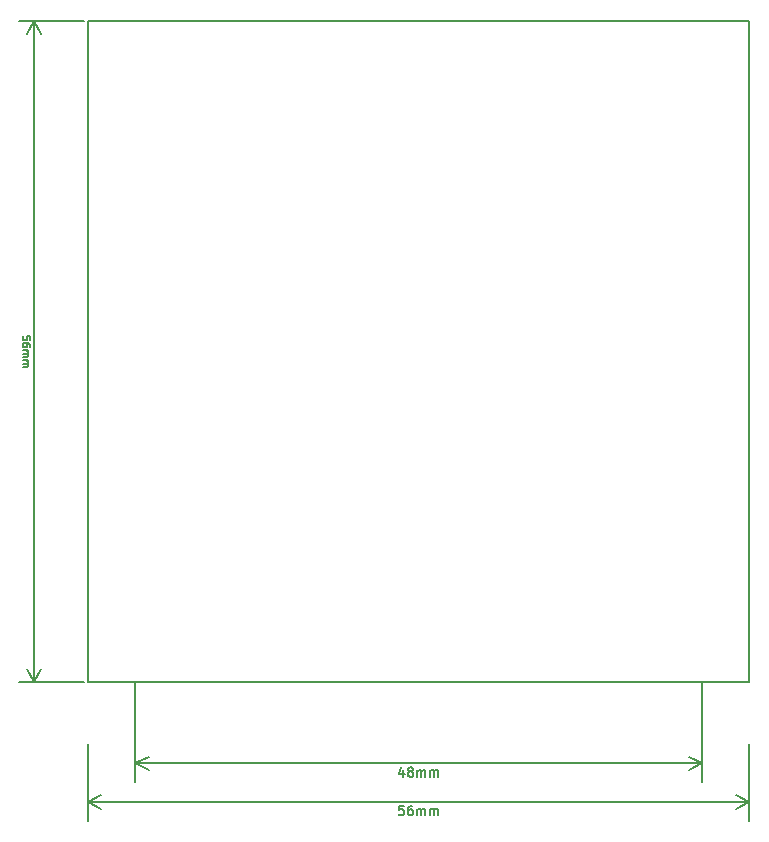
<source format=gbr>
G04 (created by PCBNEW (2013-07-07 BZR 4022)-stable) date 08-Nov-13 3:33:42 PM*
%MOIN*%
G04 Gerber Fmt 3.4, Leading zero omitted, Abs format*
%FSLAX34Y34*%
G01*
G70*
G90*
G04 APERTURE LIST*
%ADD10C,0.00590551*%
%ADD11C,0.00625*%
%ADD12C,0.00787402*%
G04 APERTURE END LIST*
G54D10*
G54D11*
X34194Y-18022D02*
X34194Y-17903D01*
X34075Y-17891D01*
X34086Y-17903D01*
X34098Y-17927D01*
X34098Y-17986D01*
X34086Y-18010D01*
X34075Y-18022D01*
X34051Y-18034D01*
X33991Y-18034D01*
X33967Y-18022D01*
X33955Y-18010D01*
X33944Y-17986D01*
X33944Y-17927D01*
X33955Y-17903D01*
X33967Y-17891D01*
X34194Y-18248D02*
X34194Y-18201D01*
X34182Y-18177D01*
X34170Y-18165D01*
X34134Y-18141D01*
X34086Y-18129D01*
X33991Y-18129D01*
X33967Y-18141D01*
X33955Y-18153D01*
X33944Y-18177D01*
X33944Y-18224D01*
X33955Y-18248D01*
X33967Y-18260D01*
X33991Y-18272D01*
X34051Y-18272D01*
X34075Y-18260D01*
X34086Y-18248D01*
X34098Y-18224D01*
X34098Y-18177D01*
X34086Y-18153D01*
X34075Y-18141D01*
X34051Y-18129D01*
X33944Y-18379D02*
X34110Y-18379D01*
X34086Y-18379D02*
X34098Y-18391D01*
X34110Y-18415D01*
X34110Y-18451D01*
X34098Y-18474D01*
X34075Y-18486D01*
X33944Y-18486D01*
X34075Y-18486D02*
X34098Y-18498D01*
X34110Y-18522D01*
X34110Y-18558D01*
X34098Y-18582D01*
X34075Y-18593D01*
X33944Y-18593D01*
X33944Y-18712D02*
X34110Y-18712D01*
X34086Y-18712D02*
X34098Y-18724D01*
X34110Y-18748D01*
X34110Y-18784D01*
X34098Y-18808D01*
X34075Y-18820D01*
X33944Y-18820D01*
X34075Y-18820D02*
X34098Y-18832D01*
X34110Y-18855D01*
X34110Y-18891D01*
X34098Y-18915D01*
X34075Y-18927D01*
X33944Y-18927D01*
X34330Y-7381D02*
X34330Y-29429D01*
X36003Y-7381D02*
X33830Y-7381D01*
X36003Y-29429D02*
X33830Y-29429D01*
X34330Y-29429D02*
X34099Y-28985D01*
X34330Y-29429D02*
X34561Y-28985D01*
X34330Y-7381D02*
X34099Y-7825D01*
X34330Y-7381D02*
X34561Y-7825D01*
G54D10*
X36122Y-29429D02*
X58169Y-29429D01*
X36122Y-7381D02*
X58169Y-7381D01*
G54D12*
X46650Y-33552D02*
X46500Y-33552D01*
X46485Y-33702D01*
X46500Y-33687D01*
X46530Y-33672D01*
X46605Y-33672D01*
X46635Y-33687D01*
X46650Y-33702D01*
X46665Y-33732D01*
X46665Y-33807D01*
X46650Y-33837D01*
X46635Y-33852D01*
X46605Y-33867D01*
X46530Y-33867D01*
X46500Y-33852D01*
X46485Y-33837D01*
X46935Y-33552D02*
X46875Y-33552D01*
X46845Y-33567D01*
X46830Y-33582D01*
X46800Y-33627D01*
X46785Y-33687D01*
X46785Y-33807D01*
X46800Y-33837D01*
X46815Y-33852D01*
X46845Y-33867D01*
X46905Y-33867D01*
X46935Y-33852D01*
X46950Y-33837D01*
X46965Y-33807D01*
X46965Y-33732D01*
X46950Y-33702D01*
X46935Y-33687D01*
X46905Y-33672D01*
X46845Y-33672D01*
X46815Y-33687D01*
X46800Y-33702D01*
X46785Y-33732D01*
X47100Y-33867D02*
X47100Y-33657D01*
X47100Y-33687D02*
X47115Y-33672D01*
X47145Y-33657D01*
X47190Y-33657D01*
X47220Y-33672D01*
X47235Y-33702D01*
X47235Y-33867D01*
X47235Y-33702D02*
X47250Y-33672D01*
X47280Y-33657D01*
X47325Y-33657D01*
X47355Y-33672D01*
X47370Y-33702D01*
X47370Y-33867D01*
X47520Y-33867D02*
X47520Y-33657D01*
X47520Y-33687D02*
X47535Y-33672D01*
X47565Y-33657D01*
X47610Y-33657D01*
X47640Y-33672D01*
X47655Y-33702D01*
X47655Y-33867D01*
X47655Y-33702D02*
X47670Y-33672D01*
X47700Y-33657D01*
X47745Y-33657D01*
X47775Y-33672D01*
X47790Y-33702D01*
X47790Y-33867D01*
X58169Y-33425D02*
X36122Y-33425D01*
X58169Y-31496D02*
X58169Y-34055D01*
X36122Y-31496D02*
X36122Y-34055D01*
X36122Y-33425D02*
X36565Y-33194D01*
X36122Y-33425D02*
X36565Y-33656D01*
X58169Y-33425D02*
X57725Y-33194D01*
X58169Y-33425D02*
X57725Y-33656D01*
X46635Y-32378D02*
X46635Y-32588D01*
X46560Y-32258D02*
X46485Y-32483D01*
X46680Y-32483D01*
X46845Y-32408D02*
X46815Y-32393D01*
X46800Y-32378D01*
X46785Y-32348D01*
X46785Y-32333D01*
X46800Y-32303D01*
X46815Y-32288D01*
X46845Y-32273D01*
X46905Y-32273D01*
X46935Y-32288D01*
X46950Y-32303D01*
X46965Y-32333D01*
X46965Y-32348D01*
X46950Y-32378D01*
X46935Y-32393D01*
X46905Y-32408D01*
X46845Y-32408D01*
X46815Y-32423D01*
X46800Y-32438D01*
X46785Y-32468D01*
X46785Y-32528D01*
X46800Y-32558D01*
X46815Y-32573D01*
X46845Y-32588D01*
X46905Y-32588D01*
X46935Y-32573D01*
X46950Y-32558D01*
X46965Y-32528D01*
X46965Y-32468D01*
X46950Y-32438D01*
X46935Y-32423D01*
X46905Y-32408D01*
X47100Y-32588D02*
X47100Y-32378D01*
X47100Y-32408D02*
X47115Y-32393D01*
X47145Y-32378D01*
X47190Y-32378D01*
X47220Y-32393D01*
X47235Y-32423D01*
X47235Y-32588D01*
X47235Y-32423D02*
X47250Y-32393D01*
X47280Y-32378D01*
X47325Y-32378D01*
X47355Y-32393D01*
X47370Y-32423D01*
X47370Y-32588D01*
X47520Y-32588D02*
X47520Y-32378D01*
X47520Y-32408D02*
X47535Y-32393D01*
X47565Y-32378D01*
X47610Y-32378D01*
X47640Y-32393D01*
X47655Y-32423D01*
X47655Y-32588D01*
X47655Y-32423D02*
X47670Y-32393D01*
X47700Y-32378D01*
X47745Y-32378D01*
X47775Y-32393D01*
X47790Y-32423D01*
X47790Y-32588D01*
X37696Y-32145D02*
X56594Y-32145D01*
X37696Y-29429D02*
X37696Y-32775D01*
X56594Y-29429D02*
X56594Y-32775D01*
X56594Y-32145D02*
X56150Y-32376D01*
X56594Y-32145D02*
X56150Y-31914D01*
X37696Y-32145D02*
X38140Y-32376D01*
X37696Y-32145D02*
X38140Y-31914D01*
G54D10*
X36122Y-29429D02*
X36122Y-7381D01*
X58169Y-7381D02*
X58169Y-29429D01*
M02*

</source>
